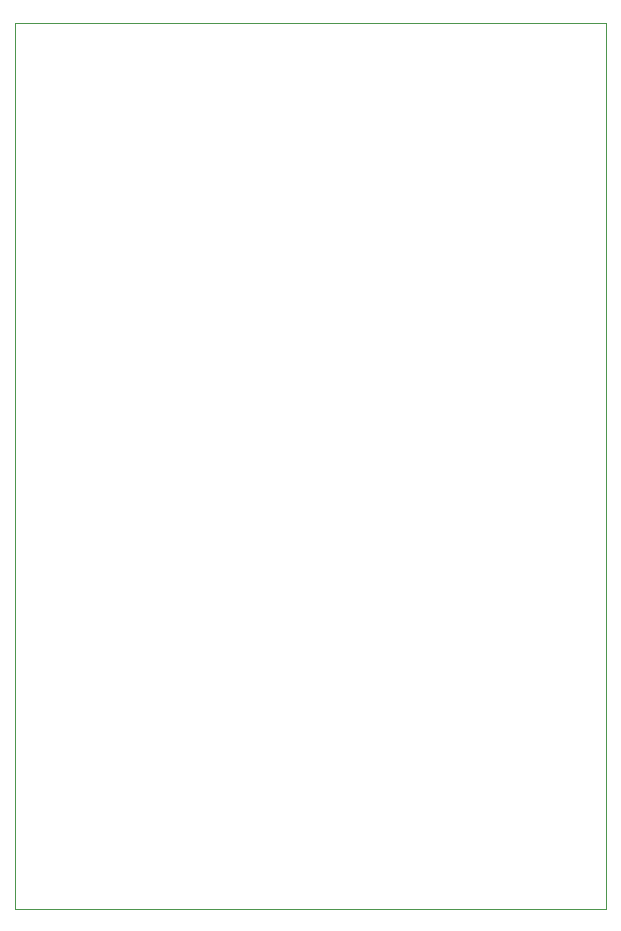
<source format=gbr>
%TF.GenerationSoftware,KiCad,Pcbnew,5.1.10*%
%TF.CreationDate,2021-08-02T15:48:16-04:00*%
%TF.ProjectId,mist-eeg,6d697374-2d65-4656-972e-6b696361645f,1C*%
%TF.SameCoordinates,Original*%
%TF.FileFunction,Profile,NP*%
%FSLAX46Y46*%
G04 Gerber Fmt 4.6, Leading zero omitted, Abs format (unit mm)*
G04 Created by KiCad (PCBNEW 5.1.10) date 2021-08-02 15:48:16*
%MOMM*%
%LPD*%
G01*
G04 APERTURE LIST*
%TA.AperFunction,Profile*%
%ADD10C,0.050000*%
%TD*%
G04 APERTURE END LIST*
D10*
X199000000Y-109000000D02*
X199000000Y-34000000D01*
X249000000Y-109000000D02*
X199000000Y-109000000D01*
X249000000Y-34000000D02*
X249000000Y-109000000D01*
X199000000Y-34000000D02*
X249000000Y-34000000D01*
M02*

</source>
